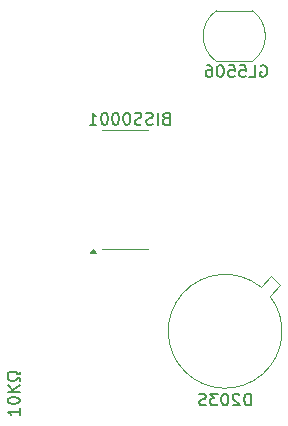
<source format=gbo>
%TF.GenerationSoftware,KiCad,Pcbnew,8.0.5*%
%TF.CreationDate,2024-10-26T00:27:54+08:00*%
%TF.ProjectId,BISS0001_SOP-16_TH,42495353-3030-4303-915f-534f502d3136,rev?*%
%TF.SameCoordinates,Original*%
%TF.FileFunction,Legend,Bot*%
%TF.FilePolarity,Positive*%
%FSLAX46Y46*%
G04 Gerber Fmt 4.6, Leading zero omitted, Abs format (unit mm)*
G04 Created by KiCad (PCBNEW 8.0.5) date 2024-10-26 00:27:54*
%MOMM*%
%LPD*%
G01*
G04 APERTURE LIST*
%ADD10C,0.150000*%
%ADD11C,0.120000*%
G04 APERTURE END LIST*
D10*
X88923809Y-76981009D02*
X88780952Y-77028628D01*
X88780952Y-77028628D02*
X88733333Y-77076247D01*
X88733333Y-77076247D02*
X88685714Y-77171485D01*
X88685714Y-77171485D02*
X88685714Y-77314342D01*
X88685714Y-77314342D02*
X88733333Y-77409580D01*
X88733333Y-77409580D02*
X88780952Y-77457200D01*
X88780952Y-77457200D02*
X88876190Y-77504819D01*
X88876190Y-77504819D02*
X89257142Y-77504819D01*
X89257142Y-77504819D02*
X89257142Y-76504819D01*
X89257142Y-76504819D02*
X88923809Y-76504819D01*
X88923809Y-76504819D02*
X88828571Y-76552438D01*
X88828571Y-76552438D02*
X88780952Y-76600057D01*
X88780952Y-76600057D02*
X88733333Y-76695295D01*
X88733333Y-76695295D02*
X88733333Y-76790533D01*
X88733333Y-76790533D02*
X88780952Y-76885771D01*
X88780952Y-76885771D02*
X88828571Y-76933390D01*
X88828571Y-76933390D02*
X88923809Y-76981009D01*
X88923809Y-76981009D02*
X89257142Y-76981009D01*
X88257142Y-77504819D02*
X88257142Y-76504819D01*
X87828571Y-77457200D02*
X87685714Y-77504819D01*
X87685714Y-77504819D02*
X87447619Y-77504819D01*
X87447619Y-77504819D02*
X87352381Y-77457200D01*
X87352381Y-77457200D02*
X87304762Y-77409580D01*
X87304762Y-77409580D02*
X87257143Y-77314342D01*
X87257143Y-77314342D02*
X87257143Y-77219104D01*
X87257143Y-77219104D02*
X87304762Y-77123866D01*
X87304762Y-77123866D02*
X87352381Y-77076247D01*
X87352381Y-77076247D02*
X87447619Y-77028628D01*
X87447619Y-77028628D02*
X87638095Y-76981009D01*
X87638095Y-76981009D02*
X87733333Y-76933390D01*
X87733333Y-76933390D02*
X87780952Y-76885771D01*
X87780952Y-76885771D02*
X87828571Y-76790533D01*
X87828571Y-76790533D02*
X87828571Y-76695295D01*
X87828571Y-76695295D02*
X87780952Y-76600057D01*
X87780952Y-76600057D02*
X87733333Y-76552438D01*
X87733333Y-76552438D02*
X87638095Y-76504819D01*
X87638095Y-76504819D02*
X87400000Y-76504819D01*
X87400000Y-76504819D02*
X87257143Y-76552438D01*
X86876190Y-77457200D02*
X86733333Y-77504819D01*
X86733333Y-77504819D02*
X86495238Y-77504819D01*
X86495238Y-77504819D02*
X86400000Y-77457200D01*
X86400000Y-77457200D02*
X86352381Y-77409580D01*
X86352381Y-77409580D02*
X86304762Y-77314342D01*
X86304762Y-77314342D02*
X86304762Y-77219104D01*
X86304762Y-77219104D02*
X86352381Y-77123866D01*
X86352381Y-77123866D02*
X86400000Y-77076247D01*
X86400000Y-77076247D02*
X86495238Y-77028628D01*
X86495238Y-77028628D02*
X86685714Y-76981009D01*
X86685714Y-76981009D02*
X86780952Y-76933390D01*
X86780952Y-76933390D02*
X86828571Y-76885771D01*
X86828571Y-76885771D02*
X86876190Y-76790533D01*
X86876190Y-76790533D02*
X86876190Y-76695295D01*
X86876190Y-76695295D02*
X86828571Y-76600057D01*
X86828571Y-76600057D02*
X86780952Y-76552438D01*
X86780952Y-76552438D02*
X86685714Y-76504819D01*
X86685714Y-76504819D02*
X86447619Y-76504819D01*
X86447619Y-76504819D02*
X86304762Y-76552438D01*
X85685714Y-76504819D02*
X85590476Y-76504819D01*
X85590476Y-76504819D02*
X85495238Y-76552438D01*
X85495238Y-76552438D02*
X85447619Y-76600057D01*
X85447619Y-76600057D02*
X85400000Y-76695295D01*
X85400000Y-76695295D02*
X85352381Y-76885771D01*
X85352381Y-76885771D02*
X85352381Y-77123866D01*
X85352381Y-77123866D02*
X85400000Y-77314342D01*
X85400000Y-77314342D02*
X85447619Y-77409580D01*
X85447619Y-77409580D02*
X85495238Y-77457200D01*
X85495238Y-77457200D02*
X85590476Y-77504819D01*
X85590476Y-77504819D02*
X85685714Y-77504819D01*
X85685714Y-77504819D02*
X85780952Y-77457200D01*
X85780952Y-77457200D02*
X85828571Y-77409580D01*
X85828571Y-77409580D02*
X85876190Y-77314342D01*
X85876190Y-77314342D02*
X85923809Y-77123866D01*
X85923809Y-77123866D02*
X85923809Y-76885771D01*
X85923809Y-76885771D02*
X85876190Y-76695295D01*
X85876190Y-76695295D02*
X85828571Y-76600057D01*
X85828571Y-76600057D02*
X85780952Y-76552438D01*
X85780952Y-76552438D02*
X85685714Y-76504819D01*
X84733333Y-76504819D02*
X84638095Y-76504819D01*
X84638095Y-76504819D02*
X84542857Y-76552438D01*
X84542857Y-76552438D02*
X84495238Y-76600057D01*
X84495238Y-76600057D02*
X84447619Y-76695295D01*
X84447619Y-76695295D02*
X84400000Y-76885771D01*
X84400000Y-76885771D02*
X84400000Y-77123866D01*
X84400000Y-77123866D02*
X84447619Y-77314342D01*
X84447619Y-77314342D02*
X84495238Y-77409580D01*
X84495238Y-77409580D02*
X84542857Y-77457200D01*
X84542857Y-77457200D02*
X84638095Y-77504819D01*
X84638095Y-77504819D02*
X84733333Y-77504819D01*
X84733333Y-77504819D02*
X84828571Y-77457200D01*
X84828571Y-77457200D02*
X84876190Y-77409580D01*
X84876190Y-77409580D02*
X84923809Y-77314342D01*
X84923809Y-77314342D02*
X84971428Y-77123866D01*
X84971428Y-77123866D02*
X84971428Y-76885771D01*
X84971428Y-76885771D02*
X84923809Y-76695295D01*
X84923809Y-76695295D02*
X84876190Y-76600057D01*
X84876190Y-76600057D02*
X84828571Y-76552438D01*
X84828571Y-76552438D02*
X84733333Y-76504819D01*
X83780952Y-76504819D02*
X83685714Y-76504819D01*
X83685714Y-76504819D02*
X83590476Y-76552438D01*
X83590476Y-76552438D02*
X83542857Y-76600057D01*
X83542857Y-76600057D02*
X83495238Y-76695295D01*
X83495238Y-76695295D02*
X83447619Y-76885771D01*
X83447619Y-76885771D02*
X83447619Y-77123866D01*
X83447619Y-77123866D02*
X83495238Y-77314342D01*
X83495238Y-77314342D02*
X83542857Y-77409580D01*
X83542857Y-77409580D02*
X83590476Y-77457200D01*
X83590476Y-77457200D02*
X83685714Y-77504819D01*
X83685714Y-77504819D02*
X83780952Y-77504819D01*
X83780952Y-77504819D02*
X83876190Y-77457200D01*
X83876190Y-77457200D02*
X83923809Y-77409580D01*
X83923809Y-77409580D02*
X83971428Y-77314342D01*
X83971428Y-77314342D02*
X84019047Y-77123866D01*
X84019047Y-77123866D02*
X84019047Y-76885771D01*
X84019047Y-76885771D02*
X83971428Y-76695295D01*
X83971428Y-76695295D02*
X83923809Y-76600057D01*
X83923809Y-76600057D02*
X83876190Y-76552438D01*
X83876190Y-76552438D02*
X83780952Y-76504819D01*
X82495238Y-77504819D02*
X83066666Y-77504819D01*
X82780952Y-77504819D02*
X82780952Y-76504819D01*
X82780952Y-76504819D02*
X82876190Y-76647676D01*
X82876190Y-76647676D02*
X82971428Y-76742914D01*
X82971428Y-76742914D02*
X83066666Y-76790533D01*
X96126666Y-101274819D02*
X96126666Y-100274819D01*
X96126666Y-100274819D02*
X95888571Y-100274819D01*
X95888571Y-100274819D02*
X95745714Y-100322438D01*
X95745714Y-100322438D02*
X95650476Y-100417676D01*
X95650476Y-100417676D02*
X95602857Y-100512914D01*
X95602857Y-100512914D02*
X95555238Y-100703390D01*
X95555238Y-100703390D02*
X95555238Y-100846247D01*
X95555238Y-100846247D02*
X95602857Y-101036723D01*
X95602857Y-101036723D02*
X95650476Y-101131961D01*
X95650476Y-101131961D02*
X95745714Y-101227200D01*
X95745714Y-101227200D02*
X95888571Y-101274819D01*
X95888571Y-101274819D02*
X96126666Y-101274819D01*
X95174285Y-100370057D02*
X95126666Y-100322438D01*
X95126666Y-100322438D02*
X95031428Y-100274819D01*
X95031428Y-100274819D02*
X94793333Y-100274819D01*
X94793333Y-100274819D02*
X94698095Y-100322438D01*
X94698095Y-100322438D02*
X94650476Y-100370057D01*
X94650476Y-100370057D02*
X94602857Y-100465295D01*
X94602857Y-100465295D02*
X94602857Y-100560533D01*
X94602857Y-100560533D02*
X94650476Y-100703390D01*
X94650476Y-100703390D02*
X95221904Y-101274819D01*
X95221904Y-101274819D02*
X94602857Y-101274819D01*
X93983809Y-100274819D02*
X93888571Y-100274819D01*
X93888571Y-100274819D02*
X93793333Y-100322438D01*
X93793333Y-100322438D02*
X93745714Y-100370057D01*
X93745714Y-100370057D02*
X93698095Y-100465295D01*
X93698095Y-100465295D02*
X93650476Y-100655771D01*
X93650476Y-100655771D02*
X93650476Y-100893866D01*
X93650476Y-100893866D02*
X93698095Y-101084342D01*
X93698095Y-101084342D02*
X93745714Y-101179580D01*
X93745714Y-101179580D02*
X93793333Y-101227200D01*
X93793333Y-101227200D02*
X93888571Y-101274819D01*
X93888571Y-101274819D02*
X93983809Y-101274819D01*
X93983809Y-101274819D02*
X94079047Y-101227200D01*
X94079047Y-101227200D02*
X94126666Y-101179580D01*
X94126666Y-101179580D02*
X94174285Y-101084342D01*
X94174285Y-101084342D02*
X94221904Y-100893866D01*
X94221904Y-100893866D02*
X94221904Y-100655771D01*
X94221904Y-100655771D02*
X94174285Y-100465295D01*
X94174285Y-100465295D02*
X94126666Y-100370057D01*
X94126666Y-100370057D02*
X94079047Y-100322438D01*
X94079047Y-100322438D02*
X93983809Y-100274819D01*
X93317142Y-100274819D02*
X92698095Y-100274819D01*
X92698095Y-100274819D02*
X93031428Y-100655771D01*
X93031428Y-100655771D02*
X92888571Y-100655771D01*
X92888571Y-100655771D02*
X92793333Y-100703390D01*
X92793333Y-100703390D02*
X92745714Y-100751009D01*
X92745714Y-100751009D02*
X92698095Y-100846247D01*
X92698095Y-100846247D02*
X92698095Y-101084342D01*
X92698095Y-101084342D02*
X92745714Y-101179580D01*
X92745714Y-101179580D02*
X92793333Y-101227200D01*
X92793333Y-101227200D02*
X92888571Y-101274819D01*
X92888571Y-101274819D02*
X93174285Y-101274819D01*
X93174285Y-101274819D02*
X93269523Y-101227200D01*
X93269523Y-101227200D02*
X93317142Y-101179580D01*
X92317142Y-101227200D02*
X92174285Y-101274819D01*
X92174285Y-101274819D02*
X91936190Y-101274819D01*
X91936190Y-101274819D02*
X91840952Y-101227200D01*
X91840952Y-101227200D02*
X91793333Y-101179580D01*
X91793333Y-101179580D02*
X91745714Y-101084342D01*
X91745714Y-101084342D02*
X91745714Y-100989104D01*
X91745714Y-100989104D02*
X91793333Y-100893866D01*
X91793333Y-100893866D02*
X91840952Y-100846247D01*
X91840952Y-100846247D02*
X91936190Y-100798628D01*
X91936190Y-100798628D02*
X92126666Y-100751009D01*
X92126666Y-100751009D02*
X92221904Y-100703390D01*
X92221904Y-100703390D02*
X92269523Y-100655771D01*
X92269523Y-100655771D02*
X92317142Y-100560533D01*
X92317142Y-100560533D02*
X92317142Y-100465295D01*
X92317142Y-100465295D02*
X92269523Y-100370057D01*
X92269523Y-100370057D02*
X92221904Y-100322438D01*
X92221904Y-100322438D02*
X92126666Y-100274819D01*
X92126666Y-100274819D02*
X91888571Y-100274819D01*
X91888571Y-100274819D02*
X91745714Y-100322438D01*
X96967619Y-72502438D02*
X97062857Y-72454819D01*
X97062857Y-72454819D02*
X97205714Y-72454819D01*
X97205714Y-72454819D02*
X97348571Y-72502438D01*
X97348571Y-72502438D02*
X97443809Y-72597676D01*
X97443809Y-72597676D02*
X97491428Y-72692914D01*
X97491428Y-72692914D02*
X97539047Y-72883390D01*
X97539047Y-72883390D02*
X97539047Y-73026247D01*
X97539047Y-73026247D02*
X97491428Y-73216723D01*
X97491428Y-73216723D02*
X97443809Y-73311961D01*
X97443809Y-73311961D02*
X97348571Y-73407200D01*
X97348571Y-73407200D02*
X97205714Y-73454819D01*
X97205714Y-73454819D02*
X97110476Y-73454819D01*
X97110476Y-73454819D02*
X96967619Y-73407200D01*
X96967619Y-73407200D02*
X96920000Y-73359580D01*
X96920000Y-73359580D02*
X96920000Y-73026247D01*
X96920000Y-73026247D02*
X97110476Y-73026247D01*
X96015238Y-73454819D02*
X96491428Y-73454819D01*
X96491428Y-73454819D02*
X96491428Y-72454819D01*
X95205714Y-72454819D02*
X95681904Y-72454819D01*
X95681904Y-72454819D02*
X95729523Y-72931009D01*
X95729523Y-72931009D02*
X95681904Y-72883390D01*
X95681904Y-72883390D02*
X95586666Y-72835771D01*
X95586666Y-72835771D02*
X95348571Y-72835771D01*
X95348571Y-72835771D02*
X95253333Y-72883390D01*
X95253333Y-72883390D02*
X95205714Y-72931009D01*
X95205714Y-72931009D02*
X95158095Y-73026247D01*
X95158095Y-73026247D02*
X95158095Y-73264342D01*
X95158095Y-73264342D02*
X95205714Y-73359580D01*
X95205714Y-73359580D02*
X95253333Y-73407200D01*
X95253333Y-73407200D02*
X95348571Y-73454819D01*
X95348571Y-73454819D02*
X95586666Y-73454819D01*
X95586666Y-73454819D02*
X95681904Y-73407200D01*
X95681904Y-73407200D02*
X95729523Y-73359580D01*
X94253333Y-72454819D02*
X94729523Y-72454819D01*
X94729523Y-72454819D02*
X94777142Y-72931009D01*
X94777142Y-72931009D02*
X94729523Y-72883390D01*
X94729523Y-72883390D02*
X94634285Y-72835771D01*
X94634285Y-72835771D02*
X94396190Y-72835771D01*
X94396190Y-72835771D02*
X94300952Y-72883390D01*
X94300952Y-72883390D02*
X94253333Y-72931009D01*
X94253333Y-72931009D02*
X94205714Y-73026247D01*
X94205714Y-73026247D02*
X94205714Y-73264342D01*
X94205714Y-73264342D02*
X94253333Y-73359580D01*
X94253333Y-73359580D02*
X94300952Y-73407200D01*
X94300952Y-73407200D02*
X94396190Y-73454819D01*
X94396190Y-73454819D02*
X94634285Y-73454819D01*
X94634285Y-73454819D02*
X94729523Y-73407200D01*
X94729523Y-73407200D02*
X94777142Y-73359580D01*
X93586666Y-72454819D02*
X93491428Y-72454819D01*
X93491428Y-72454819D02*
X93396190Y-72502438D01*
X93396190Y-72502438D02*
X93348571Y-72550057D01*
X93348571Y-72550057D02*
X93300952Y-72645295D01*
X93300952Y-72645295D02*
X93253333Y-72835771D01*
X93253333Y-72835771D02*
X93253333Y-73073866D01*
X93253333Y-73073866D02*
X93300952Y-73264342D01*
X93300952Y-73264342D02*
X93348571Y-73359580D01*
X93348571Y-73359580D02*
X93396190Y-73407200D01*
X93396190Y-73407200D02*
X93491428Y-73454819D01*
X93491428Y-73454819D02*
X93586666Y-73454819D01*
X93586666Y-73454819D02*
X93681904Y-73407200D01*
X93681904Y-73407200D02*
X93729523Y-73359580D01*
X93729523Y-73359580D02*
X93777142Y-73264342D01*
X93777142Y-73264342D02*
X93824761Y-73073866D01*
X93824761Y-73073866D02*
X93824761Y-72835771D01*
X93824761Y-72835771D02*
X93777142Y-72645295D01*
X93777142Y-72645295D02*
X93729523Y-72550057D01*
X93729523Y-72550057D02*
X93681904Y-72502438D01*
X93681904Y-72502438D02*
X93586666Y-72454819D01*
X92396190Y-72454819D02*
X92586666Y-72454819D01*
X92586666Y-72454819D02*
X92681904Y-72502438D01*
X92681904Y-72502438D02*
X92729523Y-72550057D01*
X92729523Y-72550057D02*
X92824761Y-72692914D01*
X92824761Y-72692914D02*
X92872380Y-72883390D01*
X92872380Y-72883390D02*
X92872380Y-73264342D01*
X92872380Y-73264342D02*
X92824761Y-73359580D01*
X92824761Y-73359580D02*
X92777142Y-73407200D01*
X92777142Y-73407200D02*
X92681904Y-73454819D01*
X92681904Y-73454819D02*
X92491428Y-73454819D01*
X92491428Y-73454819D02*
X92396190Y-73407200D01*
X92396190Y-73407200D02*
X92348571Y-73359580D01*
X92348571Y-73359580D02*
X92300952Y-73264342D01*
X92300952Y-73264342D02*
X92300952Y-73026247D01*
X92300952Y-73026247D02*
X92348571Y-72931009D01*
X92348571Y-72931009D02*
X92396190Y-72883390D01*
X92396190Y-72883390D02*
X92491428Y-72835771D01*
X92491428Y-72835771D02*
X92681904Y-72835771D01*
X92681904Y-72835771D02*
X92777142Y-72883390D01*
X92777142Y-72883390D02*
X92824761Y-72931009D01*
X92824761Y-72931009D02*
X92872380Y-73026247D01*
X76554819Y-101511904D02*
X76554819Y-102083332D01*
X76554819Y-101797618D02*
X75554819Y-101797618D01*
X75554819Y-101797618D02*
X75697676Y-101892856D01*
X75697676Y-101892856D02*
X75792914Y-101988094D01*
X75792914Y-101988094D02*
X75840533Y-102083332D01*
X75554819Y-100892856D02*
X75554819Y-100797618D01*
X75554819Y-100797618D02*
X75602438Y-100702380D01*
X75602438Y-100702380D02*
X75650057Y-100654761D01*
X75650057Y-100654761D02*
X75745295Y-100607142D01*
X75745295Y-100607142D02*
X75935771Y-100559523D01*
X75935771Y-100559523D02*
X76173866Y-100559523D01*
X76173866Y-100559523D02*
X76364342Y-100607142D01*
X76364342Y-100607142D02*
X76459580Y-100654761D01*
X76459580Y-100654761D02*
X76507200Y-100702380D01*
X76507200Y-100702380D02*
X76554819Y-100797618D01*
X76554819Y-100797618D02*
X76554819Y-100892856D01*
X76554819Y-100892856D02*
X76507200Y-100988094D01*
X76507200Y-100988094D02*
X76459580Y-101035713D01*
X76459580Y-101035713D02*
X76364342Y-101083332D01*
X76364342Y-101083332D02*
X76173866Y-101130951D01*
X76173866Y-101130951D02*
X75935771Y-101130951D01*
X75935771Y-101130951D02*
X75745295Y-101083332D01*
X75745295Y-101083332D02*
X75650057Y-101035713D01*
X75650057Y-101035713D02*
X75602438Y-100988094D01*
X75602438Y-100988094D02*
X75554819Y-100892856D01*
X76554819Y-100130951D02*
X75554819Y-100130951D01*
X76554819Y-99559523D02*
X75983390Y-99988094D01*
X75554819Y-99559523D02*
X76126247Y-100130951D01*
X76554819Y-99178570D02*
X76554819Y-98940475D01*
X76554819Y-98940475D02*
X76364342Y-98940475D01*
X76364342Y-98940475D02*
X76316723Y-99035713D01*
X76316723Y-99035713D02*
X76221485Y-99130951D01*
X76221485Y-99130951D02*
X76078628Y-99178570D01*
X76078628Y-99178570D02*
X75840533Y-99178570D01*
X75840533Y-99178570D02*
X75697676Y-99130951D01*
X75697676Y-99130951D02*
X75602438Y-99035713D01*
X75602438Y-99035713D02*
X75554819Y-98892856D01*
X75554819Y-98892856D02*
X75554819Y-98702380D01*
X75554819Y-98702380D02*
X75602438Y-98559523D01*
X75602438Y-98559523D02*
X75697676Y-98464285D01*
X75697676Y-98464285D02*
X75840533Y-98416666D01*
X75840533Y-98416666D02*
X76078628Y-98416666D01*
X76078628Y-98416666D02*
X76221485Y-98464285D01*
X76221485Y-98464285D02*
X76316723Y-98559523D01*
X76316723Y-98559523D02*
X76364342Y-98654761D01*
X76364342Y-98654761D02*
X76554819Y-98654761D01*
X76554819Y-98654761D02*
X76554819Y-98416666D01*
D11*
%TO.C,U1*%
X83550000Y-88060000D02*
X85500000Y-88060000D01*
X87450000Y-88060000D02*
X85500000Y-88060000D01*
X83550000Y-77940000D02*
X85500000Y-77940000D01*
X87450000Y-77940000D02*
X85500000Y-77940000D01*
X83015000Y-88335000D02*
X82535000Y-88335000D01*
X82775000Y-88005000D01*
X83015000Y-88335000D01*
G36*
X83015000Y-88335000D02*
G01*
X82535000Y-88335000D01*
X82775000Y-88005000D01*
X83015000Y-88335000D01*
G37*
%TO.C,S1*%
X97734902Y-92002916D02*
X98625856Y-91111961D01*
X98625856Y-91111961D02*
X97848039Y-90334144D01*
X97848039Y-90334144D02*
X96957084Y-91225098D01*
X97734674Y-92002629D02*
G75*
G02*
X96957084Y-91225098I-3774674J-2997371D01*
G01*
%TO.C,R9*%
X93175487Y-72118249D02*
G75*
G02*
X93220000Y-67850000I1544513J2118249D01*
G01*
X96248234Y-67834475D02*
G75*
G02*
X96270000Y-72150000I-1528234J-2165525D01*
G01*
X93220000Y-72150000D02*
X96270000Y-72150000D01*
X93220000Y-67850000D02*
X96270000Y-67850000D01*
%TD*%
M02*

</source>
